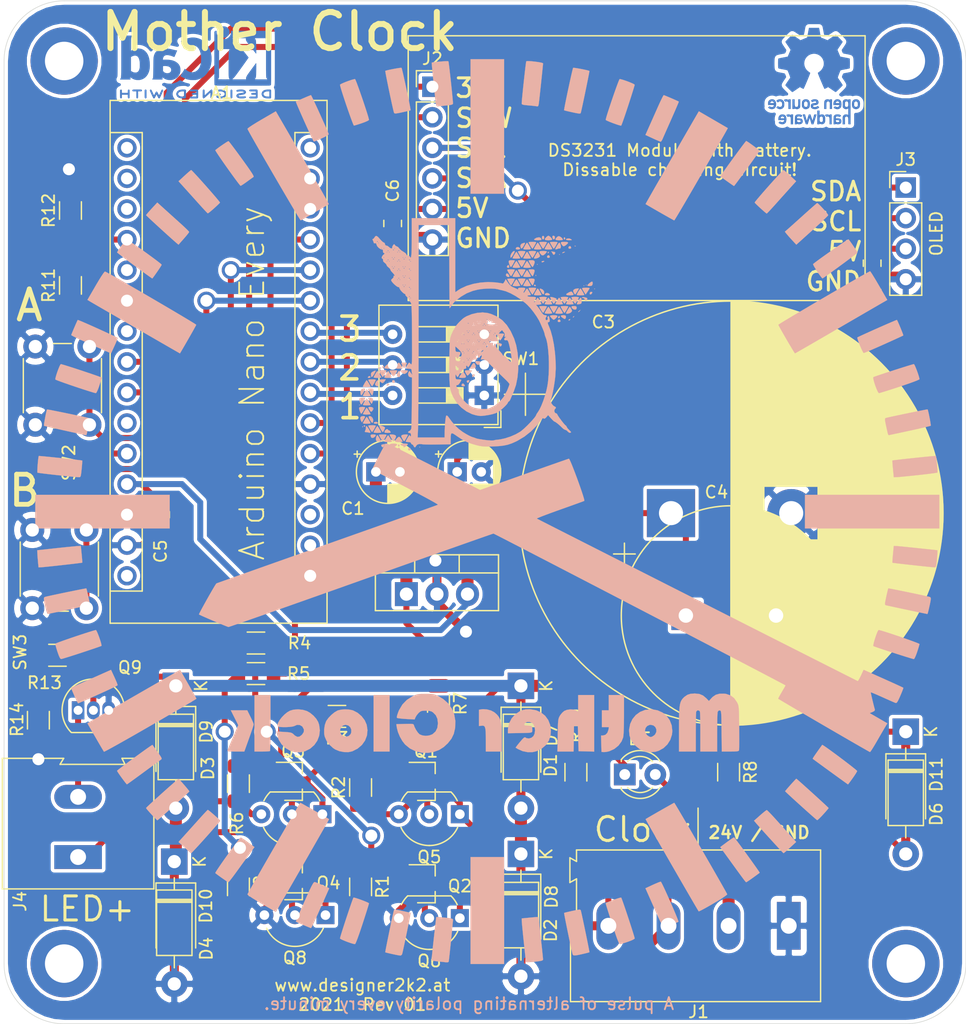
<source format=kicad_pcb>
(kicad_pcb (version 20211014) (generator pcbnew)
  (layers (0 "F.Cu" signal) (31 "B.Cu" signal) (34 "B.Paste" user) (35 "F.Paste" user) (36 "B.SilkS" user "B.Silkscreen") (37 "F.SilkS" user "F.Silkscreen") (38 "B.Mask" user) (39 "F.Mask" user) (44 "Edge.Cuts" user))
  (net 0 "")
  (net 1 "Net-(A1-Pad16)")
  (net 2 "Net-(A1-Pad15)")
  (net 3 "Net-(A1-Pad30)")
  (net 4 "Net-(A1-Pad14)")
  (net 5 "GND")
  (net 6 "Net-(A1-Pad13)")
  (net 7 "Net-(A1-Pad28)")
  (net 8 "Net-(A1-Pad12)")
  (net 9 "+5V")
  (net 10 "Net-(A1-Pad11)")
  (net 11 "Net-(A1-Pad26)")
  (net 12 "Net-(A1-Pad10)")
  (net 13 "Net-(A1-Pad25)")
  (net 14 "Net-(A1-Pad9)")
  (net 15 "Net-(A1-Pad24)")
  (net 16 "Net-(A1-Pad8)")
  (net 17 "Net-(A1-Pad23)")
  (net 18 "Net-(A1-Pad7)")
  (net 19 "Net-(A1-Pad22)")
  (net 20 "Net-(A1-Pad6)")
  (net 21 "Net-(A1-Pad21)")
  (net 22 "Net-(A1-Pad5)")
  (net 23 "Net-(A1-Pad20)")
  (net 24 "Net-(A1-Pad19)")
  (net 25 "Net-(A1-Pad3)")
  (net 26 "Net-(A1-Pad18)")
  (net 27 "Net-(A1-Pad2)")
  (net 28 "Net-(A1-Pad17)")
  (net 29 "Net-(A1-Pad1)")
  (net 30 "Net-(C1-Pad1)")
  (net 31 "Net-(D1-Pad2)")
  (net 32 "+24V")
  (net 33 "Net-(D5-Pad1)")
  (net 34 "Net-(Q1-Pad1)")
  (net 35 "Net-(Q2-Pad1)")
  (net 36 "Net-(Q3-Pad1)")
  (net 37 "Net-(Q4-Pad1)")
  (net 38 "Net-(D10-Pad1)")
  (net 39 "Net-(D11-Pad2)")
  (net 40 "Net-(J4-Pad2)")
  (net 41 "Net-(Q9-Pad2)")
  (footprint "Module:Arduino_Nano" (layer "F.Cu") (at 140.462 112.776 180)
    (fp_text reference "A1")
    (fp_text value "Arduino_Nano_Every")
  )
  (footprint "Capacitor_THT:CP_Radial_D5.0mm_P2.00mm" (layer "F.Cu") (at 145.923 104.14)
    (fp_text reference "C1")
    (fp_text value "1µ")
  )
  (footprint "Capacitor_THT:CP_Radial_D35.0mm_P10.00mm_SnapIn" (layer "F.Cu") (at 170.467 107.569)
    (fp_text reference "C3")
    (fp_text value "22mF")
  )
  (footprint "Diode_THT:D_DO-41_SOD81_P10.16mm_Horizontal" (layer "F.Cu") (at 157.988 121.92 -90)
    (fp_text reference "D1")
    (fp_text value "1N5818 ")
  )
  (footprint "Diode_THT:D_DO-41_SOD81_P10.16mm_Horizontal" (layer "F.Cu") (at 157.988 135.89 -90)
    (fp_text reference "D2")
    (fp_text value "1N5818 ")
  )
  (footprint "Diode_THT:D_DO-41_SOD81_P10.16mm_Horizontal" (layer "F.Cu") (at 129.286 121.92 -90)
    (fp_text reference "D3")
    (fp_text value "1N5818 ")
  )
  (footprint "Diode_THT:D_DO-41_SOD81_P10.16mm_Horizontal" (layer "F.Cu") (at 129.159 136.525 -90)
    (fp_text reference "D4")
    (fp_text value "1N5818 ")
  )
  (footprint "LED_THT:LED_D3.0mm_Clear" (layer "F.Cu") (at 166.624 129.286)
    (fp_text reference "D5")
    (fp_text value "LED_Dual_2pin")
  )
  (footprint "Diode_THT:D_DO-41_SOD81_P10.16mm_Horizontal" (layer "F.Cu") (at 189.992 125.73 -90)
    (fp_text reference "D6")
    (fp_text value "1N5818 ")
  )
  (footprint "TerminalBlock:TerminalBlock_Altech_AK300-4_P5.00mm" (layer "F.Cu") (at 180.26 141.859 180)
    (fp_text reference "J1")
    (fp_text value "Main")
  )
  (footprint "Connector_PinHeader_2.54mm:PinHeader_1x06_P2.54mm_Vertical" (layer "F.Cu") (at 150.622 72.136)
    (fp_text reference "J2")
    (fp_text value "DS3231 Module")
  )
  (footprint "Package_TO_SOT_SMD:SOT-23" (layer "F.Cu") (at 150.098 129.86)
    (fp_text reference "Q1")
    (fp_text value "BC856")
  )
  (footprint "Package_TO_SOT_SMD:SOT-23" (layer "F.Cu") (at 150.098 138.364)
    (fp_text reference "Q2")
    (fp_text value "BC846")
  )
  (footprint "Package_TO_SOT_SMD:SOT-23" (layer "F.Cu") (at 139.049 129.855)
    (fp_text reference "Q3")
    (fp_text value "BC856")
  )
  (footprint "Package_TO_SOT_SMD:SOT-23" (layer "F.Cu") (at 139.049 138.11)
    (fp_text reference "Q4")
    (fp_text value "BC846")
  )
  (footprint "Resistor_SMD:R_1206_3216Metric" (layer "F.Cu") (at 144.653 138.6225 -90)
    (fp_text reference "R1")
    (fp_text value "4k7")
  )
  (footprint "Resistor_SMD:R_1206_3216Metric" (layer "F.Cu") (at 142.6865 124.46 180)
    (fp_text reference "R3")
    (fp_text value "2k2")
  )
  (footprint "Resistor_SMD:R_1206_3216Metric" (layer "F.Cu") (at 135.9515 118.364)
    (fp_text reference "R4")
    (fp_text value "1k")
  )
  (footprint "Resistor_SMD:R_1206_3216Metric" (layer "F.Cu") (at 135.9515 120.904)
    (fp_text reference "R5")
    (fp_text value "1k")
  )
  (footprint "Resistor_SMD:R_1206_3216Metric" (layer "F.Cu") (at 134.493 130.048 90)
    (fp_text reference "R6")
    (fp_text value "4k7")
  )
  (footprint "Resistor_SMD:R_1206_3216Metric" (layer "F.Cu") (at 151.13 123.3825 -90)
    (fp_text reference "R7")
    (fp_text value "2k2")
  )
  (footprint "Resistor_SMD:R_1206_3216Metric" (layer "F.Cu") (at 175.26 129.0935 -90)
    (fp_text reference "R8")
    (fp_text value "1")
  )
  (footprint "Resistor_SMD:R_1206_3216Metric" (layer "F.Cu") (at 134.493 138.6225 -90)
    (fp_text reference "R9")
    (fp_text value "4k7")
  )
  (footprint "Resistor_SMD:R_1206_3216Metric" (layer "F.Cu") (at 162.56 129.0975 90)
    (fp_text reference "R10")
    (fp_text value "1k2")
  )
  (footprint "Resistor_SMD:R_1206_3216Metric" (layer "F.Cu") (at 120.523 88.646 90)
    (fp_text reference "R11")
    (fp_text value "47k")
  )
  (footprint "Resistor_SMD:R_1206_3216Metric" (layer "F.Cu") (at 120.523 82.423 90)
    (fp_text reference "R12")
    (fp_text value "10k")
  )
  (footprint "Package_TO_SOT_THT:TO-220-3_Vertical" (layer "F.Cu") (at 148.463 114.3)
    (fp_text reference "U1")
    (fp_text value "LM7805_TO220")
  )
  (footprint "Resistor_SMD:R_1206_3216Metric" (layer "F.Cu") (at 144.653 130.3675 90)
    (fp_text reference "R2")
    (fp_text value "4k7")
  )
  (footprint "MountingHole:MountingHole_3.2mm_M3_DIN965_Pad" (layer "F.Cu") (at 190 145)
    (fp_text reference "REF**" hide)
    (fp_text value "MountingHole_3.2mm_M3_DIN965_Pad" hide)
  )
  (footprint "MountingHole:MountingHole_3.2mm_M3_DIN965_Pad" (layer "F.Cu") (at 120 145)
    (fp_text reference "REF**" hide)
    (fp_text value "MountingHole_3.2mm_M3_DIN965_Pad" hide)
  )
  (footprint "MountingHole:MountingHole_3.2mm_M3_DIN965_Pad" (layer "F.Cu") (at 120 70)
    (fp_text reference "REF**" hide)
    (fp_text value "MountingHole_3.2mm_M3_DIN965_Pad" hide)
  )
  (footprint "MountingHole:MountingHole_3.2mm_M3_DIN965_Pad" (layer "F.Cu") (at 190 70)
    (fp_text reference "REF**" hide)
    (fp_text value "MountingHole_3.2mm_M3_DIN965_Pad" hide)
  )
  (footprint "Capacitor_THT:CP_Radial_D5.0mm_P2.00mm" (layer "F.Cu") (at 152.686 104.14)
    (fp_text reference "C2")
    (fp_text value "2µ2")
  )
  (footprint "Diode_SMD:D_SMA" (layer "F.Cu") (at 157.988 127.095 -90)
    (fp_text reference "D7")
    (fp_text value "SS15")
  )
  (footprint "Diode_SMD:D_SMA" (layer "F.Cu") (at 157.988 140.97 -90)
    (fp_text reference "D8")
    (fp_text value "SS15")
  )
  (footprint "Diode_SMD:D_SMA" (layer "F.Cu") (at 129.286 127.032 -90)
    (fp_text reference "D9")
    (fp_text value "SS15")
  )
  (footprint "Diode_SMD:D_SMA" (layer "F.Cu") (at 129.286 141.7 -90)
    (fp_text reference "D10")
    (fp_text value "SS15")
  )
  (footprint "Diode_SMD:D_SMA" (layer "F.Cu") (at 189.992 130.969 -90)
    (fp_text reference "D11")
    (fp_text value "SS15")
  )
  (footprint "Button_Switch_THT:SW_DIP_SPSTx03_Slide_9.78x9.8mm_W7.62mm_P2.54mm" (layer "F.Cu") (at 154.94 97.79 180)
    (fp_text reference "SW1")
    (fp_text value "SW_DIP_x03")
  )
  (footprint "Button_Switch_THT:SW_PUSH_6mm_H5mm" (layer "F.Cu") (at 117.348 115.466 90)
    (fp_text reference "SW3")
    (fp_text value "SW_Push")
  )
  (footprint "Connector_PinHeader_2.54mm:PinHeader_1x04_P2.54mm_Vertical" (layer "F.Cu") (at 189.992 80.518)
    (fp_text reference "J3")
    (fp_text value "OLED")
  )
  (footprint "Capacitor_SMD:C_0805_2012Metric" (layer "F.Cu") (at 187.198 86.802 -90)
    (fp_text reference "C7")
    (fp_text value "100nF")
  )
  (footprint "Capacitor_SMD:C_0805_2012Metric" (layer "F.Cu") (at 147.32 83.5 -90)
    (fp_text reference "C6")
    (fp_text value "100nF")
  )
  (footprint "Capacitor_THT:CP_Radial_D18.0mm_P7.50mm" (layer "F.Cu") (at 171.704 116.078)
    (fp_text reference "C4")
    (fp_text value "C")
  )
  (footprint "Package_TO_SOT_THT:TO-92_Inline_Wide" (layer "F.Cu") (at 152.908 141.224 180)
    (fp_text reference "Q6")
    (fp_text value "BC546")
  )
  (footprint "Package_TO_SOT_THT:TO-92_Inline_Wide" (layer "F.Cu") (at 141.732 140.97 180)
    (fp_text reference "Q8")
    (fp_text value "BC546")
  )
  (footprint "Package_TO_SOT_THT:TO-92_Inline_Wide" (layer "F.Cu") (at 152.908 132.588 180)
    (fp_text reference "Q5")
    (fp_text value "BC556")
  )
  (footprint "Package_TO_SOT_THT:TO-92_Inline_Wide" (layer "F.Cu") (at 141.478 132.588 180)
    (fp_text reference "Q7")
    (fp_text value "BC556")
  )
  (footprint "Package_TO_SOT_THT:TO-92_Inline" (layer "F.Cu") (at 121.158 123.952)
    (fp_text reference "Q9")
    (fp_text value "BS170")
  )
  (footprint "Resistor_SMD:R_1206_3216Metric" (layer "F.Cu") (at 119.4415 119.38)
    (fp_text reference "R13")
    (fp_text value "1k")
  )
  (footprint "Button_Switch_THT:SW_PUSH_6mm_H5mm" (layer "F.Cu") (at 117.602 100.226 90)
    (fp_text reference "SW2")
    (fp_text value "SW_Push")
  )
  (footprint "TerminalBlock:TerminalBlock_Altech_AK300-2_P5.00mm" (layer "F.Cu") (at 121.158 136.144 90)
    (fp_text reference "J4")
    (fp_text value "LED")
  )
  (footprint "Resistor_SMD:R_1206_3216Metric" (layer "F.Cu") (at 117.856 124.7755 -90)
    (fp_text reference "R14")
    (fp_text value "47k")
  )
  (footprint "Capacitor_SMD:C_0805_2012Metric" (layer "F.Cu") (at 128.016 107.696 -90)
    (fp_text reference "C5")
    (fp_text value "100nF")
  )
  (footprint "Symbol:OSHW-Logo_7.5x8mm_Copper" (layer "B.Cu") (at 182.372 71.247 180)
    (fp_text reference "REF**" hide)
    (fp_text value "OSHW-Logo_7.5x8mm_Copper" hide)
  )
  (footprint "mystuff:d2k2_minilogo_25mm" (layer "B.Cu") (at 154.051 92.964 180)
    (fp_text reference "G***" hide)
    (fp_text value "LOGO" hide)
  )
  (footprint "mystuff:MotherClockFace75mmFsilk" (layer "B.Cu") (at 155.194 107.442 180)
    (fp_text reference "G***" hide)
    (fp_text value "LOGO" hide)
  )
  (footprint "Symbol:KiCad-Logo2_5mm_Copper" (layer "B.Cu") (at 130.937 70.104 180)
    (fp_text reference "REF**" hide)
    (fp_text value "KiCad-Logo2_5mm_Copper" hide)
  )
  (gr_line (start 148.612 67.904) (end 148.612 89.904) (layer "F.SilkS") (width 0.12))
  (gr_line (start 186.612 89.904) (end 186.612 67.904) (layer "F.SilkS") (width 0.12))
  (gr_line (start 186.612 67.904) (end 148.612 67.904) (layer "F.SilkS") (width 0.12))
  (gr_line (start 172.72 135.382) (end 172.72 132.08) (layer "F.SilkS") (width 0.12))
  (gr_line (start 148.612 89.904) (end 186.612 89.904) (layer "F.SilkS") (width 0.12))
  (gr_arc (start 190 65) (mid 193.535534 66.464466) (end 195 70) (layer "Edge.Cuts") (width 0.05))
  (gr_arc (start 195 145) (mid 193.535534 148.535534) (end 190 150) (layer "Edge.Cuts") (width 0.05))
  (gr_line (start 195 70) (end 195 145) (layer "Edge.Cuts") (width 0.05))
  (gr_arc (start 115 70) (mid 116.464466 66.464466) (end 120 65) (layer "Edge.Cuts") (width 0.05))
  (gr_line (start 115 145) (end 115 70) (layer "Edge.Cuts") (width 0.05))
  (gr_line (start 120 65) (end 190 65) (layer "Edge.Cuts") (width 0.05))
  (gr_line (start 190 150) (end 120 150) (layer "Edge.Cuts") (width 0.05))
  (gr_arc (start 120 150) (mid 116.464466 148.535534) (end 115 145) (layer "Edge.Cuts") (width 0.05))
  (gr_text "A" (at 117.1 90.3) (layer "F.Cu") (effects (font (size 2.5 2.5) (thickness 0.4))))
  (gr_text "B" (at 116.7 105.7) (layer "F.Cu") (effects (font (size 2.5 2.5) (thickness 0.4))))
  (gr_text "www.designer2k2.at" (at 144.8 146.775) (layer "F.Cu") (effects (font (size 1 1))))
  (gr_text "A pulse of alternating polarity every minute." (at 170.815 148.336) (layer "B.SilkS") (effects (font (size 1 1)) (justify left mirror)))
  (gr_text "Mother Clock" (at 137.922 67.564) (layer "F.SilkS") (effects (font (size 3 3) (thickness 0.5))))
  (gr_text "32k\nSQW\nSCL\nSDA\n5V\nGND" (at 152.4 78.486) (layer "F.SilkS") (effects (font (size 1.55 1.5) (thickness 0.25)) (justify left)))
  (gr_text "SDA\nSCL\n5V\nGND" (at 186.436 84.582) (layer "F.SilkS") (effects (font (size 1.55 1.5) (thickness 0.25)) (justify right)))
  (gr_text "B" (at 116.7 105.7) (layer "F.SilkS") (effects (font (size 2.5 2.5) (thickness 0.4))))
  (gr_text "A" (at 117.1 90.3) (layer "F.SilkS") (effects (font (size 2.5 2.5) (thickness 0.4))))
  (gr_text "Arduino Nano Every" (at 135.636 96.774 90) (layer "F.SilkS") (effects (font (size 2 2))))
  (gr_text "DS3231 Module with battery.\nDissable charging circuit!" (at 171.196 78.232) (layer "F.SilkS") (effects (font (size 1 1))))
  (gr_text "Clock" (at 168.148 133.858) (layer "F.SilkS") (effects (font (size 2 2) (thickness 0.25))))
  (gr_text "LED+" (at 121.92 140.462) (layer "F.SilkS") (effects (font (size 2 2) (thickness 0.25))))
  (gr_text "3\n2\n1" (at 143.764 95.504) (layer "F.SilkS") (effects (font (size 2 2) (thickness 0.3))))
  (gr_text "OLED" (at 192.532 84.328 90) (layer "F.SilkS") (effects (font (size 1 1))))
  (gr_text "www.designer2k2.at\n2021  Rev 01" (at 144.8 147.6) (layer "F.SilkS") (effects (font (size 1 1))))
  (gr_text "24V / GND" (at 177.8 134.112) (layer "F.SilkS") (effects (font (size 1 1) (thickness 0.2))))
  (segment (start 150.236 84.45) (end 150.622 84.836) (width 0.5) (layer "F.Cu") (net 5))
  (segment (start 134.493 140.085) (end 135.767 140.085) (width 0.5) (layer "F.Cu") (net 5))
  (segment (start 126.426 110.236) (end 125.222 110.236) (width 0.5) (layer "F.Cu") (net 5))
  (segment (start 151.003 114.3) (end 151.003 111.633) (width 0.75) (layer "F.Cu") (net 5))
  (segment (start 147.828 141.224) (end 147.828 140.584) (width 0.5) (layer "F.Cu") (net 5))
  (segment (start 144.653 140.085) (end 146.689 140.085) (width 0.5) (layer "F.Cu") (net 5))
  (segment (start 128.016 108.646) (end 126.426 110.236) (width 0.5) (layer "F.Cu") (net 5))
  (segment (start 187.198 87.752) (end 189.606 87.752) (width 0.5) (layer "F.Cu") (net 5))
  (segment (start 151.003 115.005) (end 153.416 117.418) (width 0.75) (layer "F.Cu") (net 5))
  (segment (start 129.159 143.827) (end 129.286 143.7) (width 0.75) (layer "F.Cu") (net 5))
  (segment (start 147.32 84.45) (end 150.236 84.45) (width 0.5) (layer "F.Cu") (net 5))
  (segment (start 120.523 80.9605) (end 120.523 79.121) (width 0.5) (layer "F.Cu") (net 5))
  (segment (start 147.828 140.584) (end 149.098 139.314) (width 0.5) (layer "F.Cu") (net 5))
  (segment (start 146.689 140.085) (end 147.828 141.224) (width 0.5) (layer "F.Cu") (net 5))
  (segment (start 136.652 140.457) (end 138.049 139.06) (width 0.5) (layer "F.Cu") (net 5))
  (segment (start 120.523 79.121) (end 120.396 78.994) (width 0.5) (layer "F.Cu") (net 5))
  (segment (start 129.159 146.685) (end 129.159 143.827) (width 0.75) (layer "F.Cu") (net 5))
  (segment (start 189.606 87.752) (end 189.992 88.138) (width 0.5) (layer "F.Cu") (net 5))
  (segment (start 151.003 114.3) (end 151.003 115.005) (width 0.75) (layer "F.Cu") (net 5))
  (segment (start 136.652 140.97) (end 136.652 140.457) (width 0.5) (layer "F.Cu") (net 5))
  (segment (start 135.767 140.085) (end 136.652 140.97) (width 0.5) (layer "F.Cu") (net 5))
  (segment (start 137.922 139.187) (end 138.049 139.06) (width 0.5) (layer "F.Cu") (net 5))
  (segment (start 157.988 146.05) (end 157.988 142.97) (width 0.75) (layer "F.Cu") (net 5))
  (segment (start 151.003 111.633) (end 150.876 111.506) (width 0.5) (layer "F.Cu") (net 5))
  (segment (start 117.856 126.238) (end 117.856 128.016) (width 0.5) (layer "F.Cu") (net 5))
  (via (at 120.396 78.994) (size 1.5) (drill 1) (layers "F.Cu" "B.Cu") (net 5))
  (via (at 153.416 117.418) (size 1.5) (drill 1) (layers "F.Cu" "B.Cu") (net 5))
  (via (at 150.876 111.506) (size 1.5) (drill 1) (layers "F.Cu" "B.Cu") (net 5))
  (via (at 117.856 128.016) (size 1.5) (drill 1) (layers "F.Cu" "B.Cu") (net 5))
  (segment (start 135.382 115.062) (end 135.382 114.046) (width 0.5) (layer "F.Cu") (net 6))
  (segment (start 137.414 118.364) (end 137.414 117.094) (width 0.5) (layer "F.Cu") (net 6))
  (segment (start 135.382 84.836) (end 137.922 82.296) (width 0.5) (layer "F.Cu") (net 6))
  (segment (start 135.382 114.046) (end 135.382 84.836) (width 0.5) (layer "F.Cu") (net 6))
  (segment (start 137.922 82.296) (end 140.462 82.296) (width 0.5) (layer "F.Cu") (net 6))
  (segment (start 137.414 117.094) (end 135.382 115.062) (width 0.5) (layer "F.Cu") (net 6))
  (segment (start 137.16 86.106) (end 138.43 84.836) (width 0.5) (layer "F.Cu") (net 8))
  (segment (start 139.192 116.332) (end 137.16 114.3) (width 0.5) (layer "F.Cu") (net 8))
  (segment (start 139.192 120.142) (end 139.192 116.332) (width 0.5) (layer "F.Cu") (net 8))
  (segment (start 137.16 114.3) (end 137.16 113.792) (width 0.5) (layer "F.Cu") (net 8))
  (segment (start 138.43 120.904) (end 139.192 120.142) (width 0.5) (layer "F.Cu") (net 8))
  (segment (start 137.414 120.904) (end 138.43 120.904) (width 0.5) (layer "F.Cu") (net 8))
  (segment (start 137.16 113.792) (end 137.16 86.106) (width 0.5) (layer "F.Cu") (net 8))
  (segment (start 138.43 84.836) (end 140.462 84.836) (width 0.5) (layer "F.Cu") (net 8))
  (segment (start 154.178 101.6) (end 156.464 101.6) (width 0.5) (layer "F.Cu") (net 9))
  (segment (start 158.75 85.852) (end 155.194 82.296) (width 0.5) (layer "F.Cu") (net 9))
  (segment (start 156.464 101.6) (end 158.75 99.314) (width 0.5) (layer "F.Cu") (net 9))
  (segment (start 187.198 85.852) (end 186.944 85.598) (width 0.5) (layer "F.Cu") (net 9))
  (segment (start 152.686 103.092) (end 154.178 101.6) (width 0.5) (layer "F.Cu") (net 9))
  (segment (start 186.944 85.598) (end 159.258 85.598) (width 0.5) (layer "F.Cu") (net 9))
  (segment (start 152.686 104.14) (end 152.686 103.092) (width 0.5) (layer "F.Cu") (net 9))
  (segment (start 125.222 105.156) (end 126.426 105.156) (width 0.5) (layer "F.Cu") (net 9))
  (segment (start 158.75 86.106) (end 158.75 85.852) (width 0.5) (layer "F.Cu") (net 9))
  (segment (start 153.543 109.347) (end 153.543 108.585) (width 1) (layer "F.Cu") (net 9))
  (segment (start 159.258 85.598) (end 158.75 86.106) (width 0.5) (layer "F.Cu") (net 9))
  (segment (start 155.194 82.296) (end 150.622 82.296) (width 0.5) (layer "F.Cu") (net 9))
  (segment (start 147.574 82.296) (end 147.32 82.55) (width 0.5) (layer "F.Cu") (net 9))
  (segment (start 153.543 114.3) (end 153.543 109.347) (width 1) (layer "F.Cu") (net 9))
  (segment (start 150.622 82.296) (end 147.574 82.296) (width 0.5) (layer "F.Cu") (net 9))
  (segment (start 158.75 99.314) (end 158.75 86.106) (width 0.5) (layer "F.Cu") (net 9))
  (segment (start 126.426 105.156) (end 128.016 106.746) (width 0.5) (layer "F.Cu") (net 9))
  (segment (start 153.543 108.585) (end 152.686 107.728) (width 1) (layer "F.Cu") (net 9))
  (segment (start 189.992 85.598) (end 187.452 85.598) (width 0.5) (layer "F.Cu") (net 9))
  (segment (start 187.452 85.598) (end 187.198 85.852) (width 0.5) (layer "F.Cu") (net 9))
  (segment (start 152.686 107.728) (end 152.686 104.14) (width 1) (layer "F.Cu") (net 9))
  (segment (start 131.318 106.68) (end 131.318 109.728) (width 0.5) (layer "B.Cu") (net 9))
  (segment (start 131.318 109.728) (end 138.8745 117.2845) (width 0.5) (layer "B.Cu") (net 9))
  (segment (start 138.8745 117.2845) (end 151.3205 117.2845) (width 0.5) (layer "B.Cu") (net 9))
  (segment (start 125.222 105.156) (end 129.794 105.156) (width 0.5) (layer "B.Cu") (net 9))
  (segment (start 153.543 115.062) (end 153.543 114.3) (width 0.5) (layer "B.Cu") (net 9))
  (segment (start 129.794 105.156) (end 131.318 106.68) (width 0.5) (layer "B.Cu") (net 9))
  (segment (start 126.746 105.156) (end 125.222 105.156) (width 0.5) (layer "B.Cu") (net 9))
  (segment (start 151.3205 117.2845) (end 153.543 115.062) (width 0.5) (layer "B.Cu") (net 9))
  (segment (start 133.858 97.536) (end 133.858 87.376) (width 0.5) (layer "F.Cu") (net 10))
  (segment (start 121.848 105.482) (end 123.424001 103.905999) (width 0.5) (layer "F.Cu") (net 10))
  (segment (start 121.848 108.966) (end 121.848 105.482) (width 0.5) (layer "F.Cu") (net 10))
  (segment (start 123.424001 103.905999) (end 127.488001 103.905999) (width 0.5) (layer "F.Cu") (net 10))
  (segment (start 127.488001 103.905999) (end 133.858 97.536) (width 0.5) (layer "F.Cu") (net 10))
  (segment (start 121.848 108.966) (end 121.848 115.466) (width 0.5) (layer "F.Cu") (net 10))
  (via (at 133.858 87.376) (size 1.5) (drill 1) (layers "F.Cu" "B.Cu") (net 10))
  (segment (start 133.858 87.376) (end 140.462 87.376) (width 0.5) (layer "B.Cu") (net 10))
  (segment (start 120.142 105.41) (end 120.142 117.094) (width 0.5) (layer "F.Cu") (net 11))
  (segment (start 120.904 117.856) (end 120.142 117.094) (width 0.5) (layer "F.Cu") (net 11))
  (segment (start 122.936 102.616) (end 120.142 105.41) (width 0.5) (layer "F.Cu") (net 11))
  (segment (start 125.222 102.616) (end 122.936 102.616) (width 0.5) (layer "F.Cu") (net 11))
  (segment (start 120.904 119.38) (end 120.904 117.856) (width 0.5) (layer "F.Cu") (net 11))
  (segment (start 131.826 89.916) (end 131.826 89.916) (width 0.5) (layer "F.Cu") (net 12))
  (segment (start 122.102 100.226) (end 122.102 93.726) (width 0.5) (layer "F.Cu") (net 12))
  (segment (start 127.019999 101.326001) (end 131.826 96.52) (width 0.5) (layer "F.Cu") (net 12))
  (segment (start 131.826 96.52) (end 131.826 89.916) (width 0.5) (layer "F.Cu") (net 12))
  (segment (start 123.202001 101.326001) (end 127.019999 101.326001) (width 0.5) (layer "F.Cu") (net 12))
  (segment (start 122.102 100.226) (end 123.202001 101.326001) (width 0.5) (layer "F.Cu") (net 12))
  (via (at 131.826 89.916) (size 1.5) (drill 1) (layers "F.Cu" "B.Cu") (net 12))
  (segment (start 131.826 89.916) (end 140.462 89.916) (width 0.5) (layer "B.Cu") (net 12))
  (segment (start 140.589 92.583) (end 140.462 92.456) (width 0.5) (layer "B.Cu") (net 14))
  (segment (start 147.193 92.583) (end 140.589 92.583) (width 0.5) (layer "B.Cu") (net 14))
  (segment (start 130.048 94.742) (end 127.254 97.536) (width 0.5) (layer "F.Cu") (net 15))
  (segment (start 189.992 83.058) (end 160.02 83.058) (width 0.5) (layer "F.Cu") (net 15))
  (segment (start 130.048 73.152) (end 130.048 94.742) (width 0.5) (layer "F.Cu") (net 15))
  (segment (start 134.366 68.834) (end 130.048 73.152) (width 0.5) (layer "F.Cu") (net 15))
  (segment (start 155.702 76.2) (end 155.702 70.358) (width 0.5) (layer "F.Cu") (net 15))
  (segment (start 154.178 68.834) (end 134.366 68.834) (width 0.5) (layer "F.Cu") (net 15))
  (segment (start 150.622 77.216) (end 154.686 77.216) (width 0.5) (layer "F.Cu") (net 15))
  (segment (start 155.702 70.358) (end 154.178 68.834) (width 0.5) (layer "F.Cu") (net 15))
  (segment (start 127.254 97.536) (end 125.222 97.536) (width 0.5) (layer "F.Cu") (net 15))
  (segment (start 160.02 83.058) (end 157.734 80.772) (width 0.5) (layer "F.Cu") (net 15))
  (segment (start 154.686 77.216) (end 155.702 76.2) (width 0.5) (layer "F.Cu") (net 15))
  (via (at 157.734 80.772) (size 1.5) (drill 1) (layers "F.Cu" "B.Cu") (net 15))
  (segment (start 154.178 77.216) (end 157.734 80.772) (width 0.5) (layer "B.Cu") (net 15))
  (segment (start 150.622 77.216) (end 154.178 77.216) (width 0.5) (layer "B.Cu") (net 15))
  (segment (start 140.462 94.996) (end 147.066 94.996) (width 0.5) (layer "B.Cu") (net 16))
  (segment (start 147.066 94.996) (end 147.193 95.123) (width 0.5) (layer "B.Cu") (net 16))
  (segment (start 157.226 77.216) (end 157.226 69.596) (width 0.5) (layer "F.Cu") (net 17))
  (segment (start 150.622 79.756) (end 154.686 79.756) (width 0.5) (layer "F.Cu") (net 17))
  (segment (start 128.524 72.644) (end 128.524 93.472) (width 0.5) (layer "F.Cu") (net 17))
  (segment (start 154.94 67.31) (end 133.858 67.31) (width 0.5) (layer "F.Cu") (net 17))
  (segment (start 128.524 93.472) (end 127 94.996) (width 0.5) (layer "F.Cu") (net 17))
  (segment (start 154.686 79.756) (end 157.226 77.216) (width 0.5) (layer "F.Cu") (net 17))
  (segment (start 160.528 80.518) (end 157.226 77.216) (width 0.5) (layer "F.Cu") (net 17))
  (segment (start 157.226 69.596) (end 154.94 67.31) (width 0.5) (layer "F.Cu") (net 17))
  (segment (start 133.858 67.31) (end 128.524 72.644) (width 0.5) (layer "F.Cu") (net 17))
  (segment (start 189.992 80.518) (end 160.528 80.518) (width 0.5) (layer "F.Cu") (net 17))
  (segment (start 127 94.996) (end 125.222 94.996) (width 0.5) (layer "F.Cu") (net 17))
  (segment (start 140.589 97.663) (end 140.462 97.536) (width 0.5) (layer "B.Cu") (net 18))
  (segment (start 147.193 97.663) (end 140.589 97.663) (width 0.5) (layer "B.Cu") (net 18))
  (segment (start 141.732 100.076) (end 140.462 100.076) (width 0.5) (layer "F.Cu") (net 20))
  (segment (start 146.304 72.136) (end 142.24 76.2) (width 0.5) (layer "F.Cu") (net 20))
  (segment (start 142.24 99.568) (end 141.732 100.076) (width 0.5) (layer "F.Cu") (net 20))
  (segment (start 150.622 72.136) (end 146.304 72.136) (width 0.5) (layer "F.Cu") (net 20))
  (segment (start 142.24 76.2) (end 142.24 99.568) (width 0.5) (layer "F.Cu") (net 20))
  (segment (start 146.812 74.676) (end 150.622 74.676) (width 0.5) (layer "F.Cu") (net 22))
  (segment (start 143.51 76.962) (end 145.796 74.676) (width 0.5) (layer "F.Cu") (net 22))
  (segment (start 140.462 102.616) (end 141.732 102.616) (width 0.5) (layer "F.Cu") (net 22))
  (segment (start 143.51 100.838) (end 143.51 76.962) (width 0.5) (layer "F.Cu") (net 22))
  (segment (start 145.796 74.676) (end 146.812 74.676) (width 0.5) (layer "F.Cu") (net 22))
  (segment (start 141.732 102.616) (end 143.51 100.838) (width 0.5) (layer "F.Cu") (net 22))
  (segment (start 121.666 84.836) (end 121.4735 84.836) (width 0.5) (layer "F.Cu") (net 24))
  (segment (start 121.4735 84.836) (end 120.523 83.8855) (width 0.5) (layer "F.Cu") (net 24))
  (segment (start 125.222 84.836) (end 121.666 84.836) (width 0.5) (layer "F.Cu") (net 24))
  (segment (start 120.523 87.1835) (end 120.523 85.979) (width 0.5) (layer "F.Cu") (net 24))
  (segment (start 120.523 85.979) (end 121.666 84.836) (width 0.5) (layer "F.Cu") (net 24))
  (segment (start 171.704 116.078) (end 171.704 108.806) (width 0.5) (layer "F.Cu") (net 30))
  (segment (start 171.704 108.806) (end 170.467 107.569) (width 0.5) (layer "F.Cu") (net 30))
  (segment (start 167.767 107.569) (end 170.467 107.569) (width 0.5) (layer "F.Cu") (net 30))
  (segment (start 181.356 125.73) (end 171.704 116.078) (width 0.5) (layer "F.Cu") (net 30))
  (segment (start 145.923 107.823) (end 145.923 104.14) (width 1) (layer "F.Cu") (net 30))
  (segment (start 189.992 128.969) (end 189.992 125.73) (width 0.75) (layer "F.Cu") (net 30))
  (segment (start 156.21 119.126) (end 167.767 107.569) (width 0.5) (layer "F.Cu") (net 30))
  (segment (start 148.463 116.713) (end 150.876 119.126) (width 0.5) (layer "F.Cu") (net 30))
  (segment (start 148.463 114.3) (end 148.463 116.713) (width 0.5) (layer "F.Cu") (net 30))
  (segment (start 150.876 119.126) (end 156.21 119.126) (width 0.5) (layer "F.Cu") (net 30))
  (segment (start 148.463 114.3) (end 148.463 110.363) (width 1) (layer "F.Cu") (net 30))
  (segment (start 189.992 125.73) (end 181.356 125.73) (width 0.5) (layer "F.Cu") (net 30))
  (segment (start 148.463 110.363) (end 145.923 107.823) (width 1) (layer "F.Cu") (net 30))
  (segment (start 165.26 141.859) (end 163.703 141.859) (width 0.75) (layer "F.Cu") (net 31))
  (segment (start 162.56 130.56) (end 162.56 131.318) (width 0.5) (layer "F.Cu") (net 31))
  (segment (start 157.988 132.08) (end 157.988 133.858) (width 1) (layer "F.Cu") (net 31))
  (segment (start 162.052 140.208) (end 162.052 135.89) (width 0.75) (layer "F.Cu") (net 31))
  (segment (start 151.098 129.86) (end 151.098 124.877) (width 0.5) (layer "F.Cu") (net 31))
  (segment (start 152.908 139.192) (end 152.908 141.224) (width 0.5) (layer "F.Cu") (net 31))
  (segment (start 151.098 124.877) (end 151.13 124.845) (width 0.5) (layer "F.Cu") (net 31))
  (segment (start 162.56 131.318) (end 165.26 134.018) (width 0.5) (layer "F.Cu") (net 31))
  (segment (start 157.988 133.858) (end 157.988 135.89) (width 1) (layer "F.Cu") (net 31))
  (segment (start 151.098 138.364) (end 152.08 138.364) (width 0.5) (layer "F.Cu") (net 31))
  (segment (start 152.908 131.67) (end 151.098 129.86) (width 0.5) (layer "F.Cu") (net 31))
  (segment (start 157.988 138.97) (end 157.988 135.89) (width 0.75) (layer "F.Cu") (net 31))
  (segment (start 151.098 138.364) (end 152.588 138.364) (width 0.5) (layer "F.Cu") (net 31))
  (segment (start 160.02 133.858) (end 158.496 133.858) (width 0.75) (layer "F.Cu") (net 31))
  (segment (start 154.178 133.858) (end 154.178 136.774) (width 0.5) (layer "F.Cu") (net 31))
  (segment (start 152.08 138.364) (end 152.908 139.192) (width 0.5) (layer "F.Cu") (net 31))
  (segment (start 165.26 134.018) (end 165.26 141.859) (width 0.5) (layer "F.Cu") (net 31))
  (segment (start 152.908 132.588) (end 152.908 131.67) (width 0.5) (layer "F.Cu") (net 31))
  (segment (start 157.988 129.095) (end 157.988 132.08) (width 0.75) (layer "F.Cu") (net 31))
  (segment (start 157.988 133.858) (end 154.178 133.858) (width 0.5) (layer "F.Cu") (net 31))
  (segment (start 163.703 141.859) (end 162.052 140.208) (width 0.75) (layer "F.Cu") (net 31))
  (segment (start 154.178 133.858) (end 152.908 132.588) (width 0.5) (layer "F.Cu") (net 31))
  (segment (start 162.052 135.89) (end 160.02 133.858) (width 0.75) (layer "F.Cu") (net 31))
  (segment (start 154.178 136.774) (end 152.588 138.364) (width 0.5) (layer "F.Cu") (net 31))
  (segment (start 136.398 132.588) (end 135.5705 132.588) (width 0.5) (layer "F.Cu") (net 32))
  (segment (start 157.988 121.92) (end 157.988 121.285) (width 0.5) (layer "F.Cu") (net 32))
  (segment (start 125.73 132.334) (end 121.92 136.144) (width 0.5) (layer "F.Cu") (net 32))
  (segment (start 156.21 121.92) (end 154.99501 123.13499) (width 0.5) (layer "F.Cu") (net 32))
  (segment (start 132.3995 131.5105) (end 134.493 131.5105) (width 0.5) (layer "F.Cu") (net 32))
  (segment (start 157.988 121.92) (end 156.21 121.92) (width 0.5) (layer "F.Cu") (net 32))
  (segment (start 129.286 121.92) (end 129.032 121.92) (width 0.5) (layer "F.Cu") (net 32))
  (segment (start 149.098 130.81) (end 149.098 131.318) (width 0.5) (layer "F.Cu") (net 32))
  (segment (start 129.159 125.73) (end 131.699 128.27) (width 0.5) (layer "F.Cu") (net 32))
  (segment (start 157.988 125.095) (end 157.988 121.92) (width 0.75) (layer "F.Cu") (net 32))
  (segment (start 143.546544 123.13499) (end 142.494 124.187534) (width 0.5) (layer "F.Cu") (net 32))
  (segment (start 121.92 136.144) (end 121.158 136.144) (width 0.5) (layer "F.Cu") (net 32))
  (segment (start 149.098 131.318) (end 147.828 132.588) (width 0.5) (layer "F.Cu") (net 32))
  (segment (start 142.494 128.524) (end 142.494 128.655) (width 0.5) (layer "F.Cu") (net 32))
  (segment (start 135.5705 132.588) (end 134.493 131.5105) (width 0.5) (layer "F.Cu") (net 32))
  (segment (start 175.26 130.556) (end 166.624 121.92) (width 1) (layer "F.Cu") (net 32))
  (segment (start 125.73 125.222) (end 125.73 132.334) (width 0.5) (layer "F.Cu") (net 32))
  (segment (start 131.699 130.81) (end 132.3995 131.5105) (width 0.5) (layer "F.Cu") (net 32))
  (segment (start 129.032 121.92) (end 125.73 125.222) (width 0.5) (layer "F.Cu") (net 32))
  (segment (start 119.888 121.158) (end 119.38 120.65) (width 0.5) (layer "F.Cu") (net 32))
  (segment (start 154.99501 123.13499) (end 143.546544 123.13499) (width 0.5) (layer "F.Cu") (net 32))
  (segment (start 129.286 121.92) (end 128.524 121.158) (width 0.5) (layer "F.Cu") (net 32))
  (segment (start 135.1935 130.81) (end 138.044 130.81) (width 0.5) (layer "F.Cu") (net 32))
  (segment (start 138.044 130.81) (end 138.049 130.805) (width 0.5) (layer "F.Cu") (net 32))
  (segment (start 144.653 131.83) (end 142.494 129.671) (width 0.5) (layer "F.Cu") (net 32))
  (segment (start 166.624 121.92) (end 166.116 121.92) (width 1) (layer "F.Cu") (net 32))
  (segment (start 119.38 120.65) (end 119.38 91.948) (width 0.5) (layer "F.Cu") (net 32))
  (segment (start 142.494 129.671) (end 142.494 129.286) (width 0.5) (layer "F.Cu") (net 32))
  (segment (start 166.116 121.92) (end 157.988 121.92) (width 1) (layer "F.Cu") (net 32))
  (segment (start 134.493 131.5105) (end 135.1935 130.81) (width 0.5) (layer "F.Cu") (net 32))
  (segment (start 119.38 91.948) (end 120.523 90.805) (width 0.5) (layer "F.Cu") (net 32))
  (segment (start 120.523 90.805) (end 120.523 90.1085) (width 0.5) (layer "F.Cu") (net 32))
  (segment (start 175.26 141.859) (end 175.26 130.556) (width 1) (layer "F.Cu") (net 32))
  (segment (start 145.411 132.588) (end 144.653 131.83) (width 0.5) (layer "F.Cu") (net 32))
  (segment (start 128.524 121.158) (end 119.888 121.158) (width 0.5) (layer "F.Cu") (net 32))
  (segment (start 142.494 129.286) (end 142.494 128.524) (width 0.5) (layer "F.Cu") (net 32))
  (segment (start 142.494 124.187534) (end 142.494 128.524) (width 0.5) (layer "F.Cu") (net 32))
  (segment (start 129.286 121.92) (end 129.286 125.73) (width 0.75) (layer "F.Cu") (net 32))
  (segment (start 131.699 128.27) (end 131.699 130.81) (width 0.5) (layer "F.Cu") (net 32))
  (segment (start 147.828 132.588) (end 145.411 132.588) (width 0.5) (layer "F.Cu") (net 32))
  (segment (start 141.478 121.92) (end 139.192 121.92) (width 1) (layer "B.Cu") (net 32))
  (segment (start 156.21 121.92) (end 138.684 121.92) (width 1) (layer "B.Cu") (net 32))
  (segment (start 139.192 121.92) (end 135.382 121.92) (width 1) (layer "B.Cu") (net 32))
  (segment (start 135.382 121.92) (end 129.159 121.92) (width 1) (layer "B.Cu") (net 32))
  (segment (start 157.988 121.92) (end 156.21 121.92) (width 1) (layer "B.Cu") (net 32))
  (segment (start 165.735 127.635) (end 162.56 127.635) (width 0.5) (layer "F.Cu") (net 33))
  (segment (start 166.624 128.524) (end 165.735 127.635) (width 0.5) (layer "F.Cu") (net 33))
  (segment (start 166.624 129.286) (end 166.624 128.524) (width 0.5) (layer "F.Cu") (net 33))
  (segment (start 150.197999 130.009999) (end 149.098 128.91) (width 0.5) (layer "F.Cu") (net 34))
  (segment (start 149.098 128.91) (end 144.658 128.91) (width 0.5) (layer "F.Cu") (net 34))
  (segment (start 144.653 124.964) (end 144.149 124.46) (width 0.5) (layer "F.Cu") (net 34))
  (segment (start 150.197999 132.417999) (end 150.197999 130.009999) (width 0.5) (layer "F.Cu") (net 34))
  (segment (start 150.368 132.588) (end 150.197999 132.417999) (width 0.5) (layer "F.Cu") (net 34))
  (segment (start 144.658 128.91) (end 144.653 128.905) (width 0.5) (layer "F.Cu") (net 34))
  (segment (start 144.653 128.905) (end 144.653 124.964) (width 0.5) (layer "F.Cu") (net 34))
  (segment (start 145.923 137.414) (end 145.669 137.16) (width 0.5) (layer "F.Cu") (net 35))
  (segment (start 135.89 124.714) (end 135.8615 124.7425) (width 0.5) (layer "F.Cu") (net 35))
  (segment (start 150.368 141.224) (end 149.998001 140.854001) (width 0.5) (layer "F.Cu") (net 35))
  (segment (start 145.542 137.033) (end 145.669 137.16) (width 0.5) (layer "F.Cu") (net 35))
  (segment (start 135.89 119.126) (end 135.89 124.714) (width 0.5) (layer "F.Cu") (net 35))
  (segment (start 149.998001 138.314001) (end 149.098 137.414) (width 0.5) (layer "F.Cu") (net 35))
  (segment (start 149.098 137.414) (end 144.907 137.414) (width 0.5) (layer "F.Cu") (net 35))
  (segment (start 135.128 118.364) (end 135.89 119.126) (width 0.5) (layer "F.Cu") (net 35))
  (segment (start 135.8615 124.7425) (end 136.849 125.73) (width 0.5) (layer "F.Cu") (net 35))
  (segment (start 145.542 134.366) (end 145.542 137.033) (width 0.5) (layer "F.Cu") (net 35))
  (segment (start 149.998001 140.854001) (end 149.998001 138.314001) (width 0.5) (layer "F.Cu") (net 35))
  (segment (start 134.489 118.364) (end 135.128 118.364) (width 0.5) (layer "F.Cu") (net 35))
  (via (at 145.542 134.366) (size 1.5) (drill 1) (layers "F.Cu" "B.Cu") (net 35))
  (via (at 136.849 125.73) (size 1.5) (drill 1) (layers "F.Cu" "B.Cu") (net 35))
  (segment (start 137.414 126.238) (end 136.906 125.73) (width 0.5) (layer "B.Cu") (net 35))
  (segment (start 137.414 126.238) (end 145.542 134.366) (width 0.5) (layer "B.Cu") (net 35))
  (segment (start 138.938 131.576002) (end 138.949001 131.565001) (width 0.5) (layer "F.Cu") (net 36))
  (segment (start 138.949001 131.565001) (end 138.949001 129.805001) (width 0.5) (layer "F.Cu") (net 36))
  (segment (start 138.049 124.46) (end 140.589 121.92) (width 0.5) (layer "F.Cu") (net 36))
  (segment (start 134.8125 128.905) (end 134.493 128.5855) (width 0.5) (layer "F.Cu") (net 36))
  (segment (start 138.938 132.588) (end 138.938 131.576002) (width 0.5) (layer "F.Cu") (net 36))
  (segment (start 151.257 121.92) (end 140.589 121.92) (width 0.5) (layer "F.Cu") (net 36))
  (segment (start 138.049 128.905) (end 134.8125 128.905) (width 0.5) (layer "F.Cu") (net 36))
  (segment (start 138.949001 129.805001) (end 138.049 128.905) (width 0.5) (layer "F.Cu") (net 36))
  (segment (start 138.049 128.905) (end 138.049 124.46) (width 0.5) (layer "F.Cu") (net 36))
  (segment (start 133.35 122.043) (end 134.489 120.904) (width 0.5) (layer "F.Cu") (net 37))
  (segment (start 134.493 135.509) (end 134.62 135.382) (width 0.5) (layer "F.Cu") (net 37))
  (segment (start 138.949001 140.600001) (end 139.192 140.843) (width 0.5) (layer "F.Cu") (net 37))
  (segment (start 138.049 137.16) (end 134.493 137.16) (width 0.5) (layer "F.Cu") (net 37))
  (segment (start 138.949001 138.060001) (end 138.949001 140.600001) (width 0.5) (layer "F.Cu") (net 37))
  (segment (start 138.049 137.16) (end 138.949001 138.060001) (width 0.5) (layer "F.Cu") (net 37))
  (segment (start 133.35 125.73) (end 133.35 122.043) (width 0.5) (layer "F.Cu") (net 37))
  (segment (start 134.493 137.16) (end 134.493 135.509) (width 0.5) (layer "F.Cu") (net 37))
  (via (at 134.62 135.382) (size 1.5) (drill 1) (layers "F.Cu" "B.Cu") (net 37))
  (via (at 133.35 125.73) (size 1.5) (drill 1) (layers "F.Cu" "B.Cu") (net 37))
  (segment (start 133.858 134.62) (end 134.62 135.382) (width 0.5) (layer "B.Cu") (net 37))
  (segment (start 133.35 127) (end 133.35 134.112) (width 0.5) (layer "B.Cu") (net 37))
  (segment (start 133.35 125.73) (end 133.35 127) (width 0.5) (layer "B.Cu") (net 37))
  (segment (start 133.35 134.112) (end 133.858 134.62) (width 0.5) (layer "B.Cu") (net 37))
  (segment (start 129.159 136.525) (end 129.159 139.573) (width 0.75) (layer "F.Cu") (net 38))
  (segment (start 129.286 133.985) (end 129.286 132.08) (width 1) (layer "F.Cu") (net 38))
  (segment (start 140.049 134.08) (end 140.049 134.017) (width 0.5) (layer "F.Cu") (net 38))
  (segment (start 141.478 132.588) (end 141.478 131.284) (width 0.5) (layer "F.Cu") (net 38))
  (segment (start 141.732 139.954) (end 141.732 140.97) (width 0.5) (layer "F.Cu") (net 38))
  (segment (start 132.08 135.89) (end 132.08 142.494) (width 0.75) (layer "F.Cu") (net 38))
  (segment (start 170.26 141.859) (end 170.26 130.382) (width 0.5) (layer "F.Cu") (net 38))
  (segment (start 147.574 148.336) (end 137.922 148.336) (width 0.75) (layer "F.Cu") (net 38))
  (segment (start 140.049 134.017) (end 141.478 132.588) (width 0.5) (layer "F.Cu") (net 38))
  (segment (start 140.049 134.08) (end 140.049 138.11) (width 0.5) (layer "F.Cu") (net 38))
  (segment (start 140.049 134.08) (end 129.254 134.08) (width 0.5) (layer "F.Cu") (net 38))
  (segment (start 141.478 131.284) (end 140.049 129.855) (width 0.5) (layer "F.Cu") (net 38))
  (segment (start 129.286 136.652) (end 129.286 134.112) (width 1) (layer "F.Cu") (net 38))
  (segment (start 170.26 130.382) (end 169.164 129.286) (width 0.5) (layer "F.Cu") (net 38))
  (segment (start 129.286 129.032) (end 129.286 131.953) (width 0.75) (layer "F.Cu") (net 38))
  (segment (start 141.224 128.68) (end 140.049 129.855) (width 0.5) (layer "F.Cu") (net 38))
  (segment (start 163.783 148.336) (end 147.574 148.336) (width 0.75) (layer "F.Cu") (net 38))
  (segment (start 141.224 124.46) (end 141.224 128.68) (width 0.5) (layer "F.Cu") (net 38))
  (segment (start 129.286 134.112) (end 130.302 134.112) (width 0.75) (layer "F.Cu") (net 38))
  (segment (start 139.954 129.76) (end 140.049 129.855) (width 0.5) (layer "F.Cu") (net 38))
  (segment (start 163.783 148.336) (end 170.26 141.859) (width 0.75) (layer "F.Cu") (net 38))
  (segment (start 140.049 138.271) (end 141.732 139.954) (width 0.5) (layer "F.Cu") (net 38))
  (segment (start 132.334 142.748) (end 137.922 148.336) (width 0.75) (layer "F.Cu") (net 38))
  (segment (start 132.08 142.494) (end 132.334 142.748) (width 0.75) (layer "F.Cu") (net 38))
  (segment (start 130.302 134.112) (end 132.08 135.89) (width 0.75) (layer "F.Cu") (net 38))
  (segment (start 129.159 139.573) (end 129.286 139.7) (width 0.75) (layer "F.Cu") (net 38))
  (segment (start 140.049 138.11) (end 140.049 138.271) (width 0.5) (layer "F.Cu") (net 38))
  (segment (start 181.733 127.631) (end 183.257 129.155) (width 0.5) (layer "F.Cu") (net 39))
  (segment (start 175.26 127.631) (end 181.733 127.631) (width 0.5) (layer "F.Cu") (net 39))
  (segment (start 183.257 129.155) (end 189.992 135.89) (width 0.5) (layer "F.Cu") (net 39))
  (segment (start 189.992 132.969) (end 189.992 135.89) (width 0.75) (layer "F.Cu") (net 39))
  (segment (start 121.158 123.952) (end 121.158 131.144) (width 0.5) (layer "F.Cu") (net 40))
  (segment (start 117.856 123.313) (end 117.856 122.682) (width 0.5) (layer "F.Cu") (net 41))
  (segment (start 117.979 121.281) (end 117.979 119.38) (width 0.5) (layer "F.Cu") (net 41))
  (segment (start 122.428 123.952) (end 122.428 122.702) (width 0.5) (layer "F.Cu") (net 41))
  (segment (start 117.856 122.682) (end 118.618 121.92) (width 0.5) (layer "F.Cu") (net 41))
  (segment (start 122.428 122.702) (end 121.646 121.92) (width 0.5) (layer "F.Cu") (net 41))
  (segment (start 121.646 121.92) (end 120.396 121.92) (width 0.5) (layer "F.Cu") (net 41))
  (segment (start 118.618 121.92) (end 117.979 121.281) (width 0.5) (layer "F.Cu") (net 41))
  (segment (start 120.396 121.92) (end 118.618 121.92) (width 0.5) (layer "F.Cu") (net 41))
  (zone (net 5) (net_name "GND") (layer "B.Cu") (connect_pads (clearance 0.3)) (min_thickness 0.254) (fill yes (thermal_gap 0.508) (thermal_bridge_width 0.508))
    (polygon (pts (xy 195 150) (xy 115 150) (xy 115 65) (xy 195 65)))
  )
)
</source>
